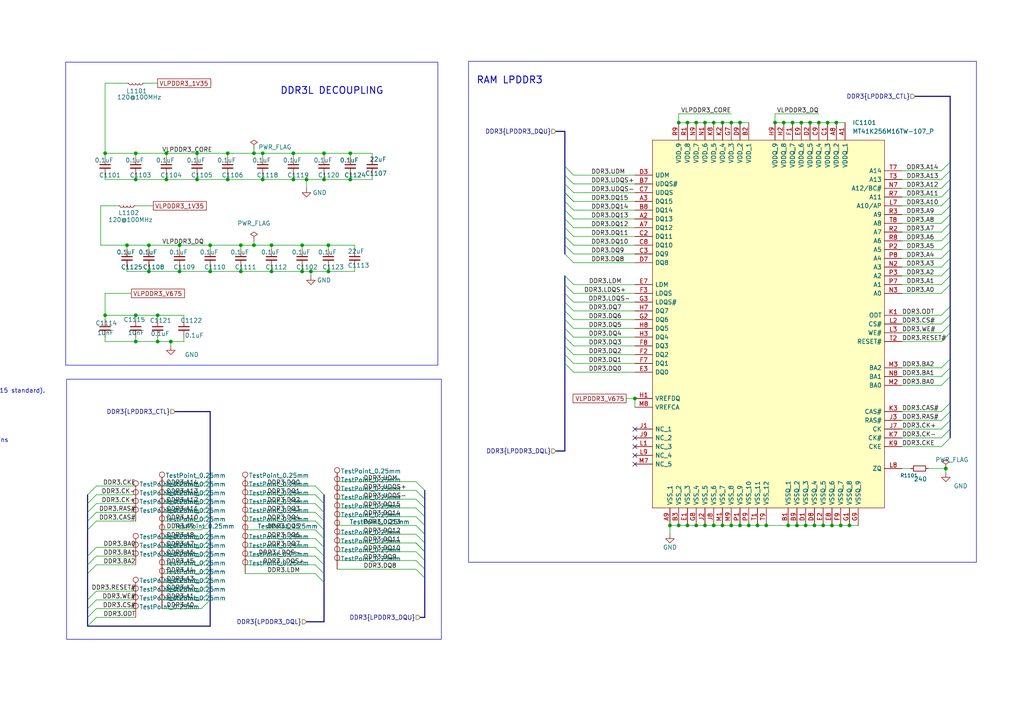
<source format=kicad_sch>
(kicad_sch (version 20250114) (generator "eeschema") (generator_version "9.0")
  (paper "A4")
  (rectangle (start 19.304 109.982) (end 128.016 185.42))
  (rectangle (start 135.89 17.78) (end 283.21 163.068))
  (rectangle (start 19.05 18.034) (end 127 105.918))
  (text "RAM LPDDR3" (at 147.828 23.368 0) (effects (font (size 2 2) (thickness 0.254) (bold yes))))
  (text "Vref: \n- The DDR-logic requires an external 0.75 Volts (SSTL-15 standard).\n- External resistive divider required\nVcc: The DDRL-ram requires a 1.35 V supply voltage.\n- LDO / buck converter\nDQS-pins\n- Upper / Lower 8-bit synchronization for data\nData-pins:\n- upper 8 and lower 8 bits must belong to same DQS pins\nAddress / config pins\n- can be any DQ pins in the bank" (at -56.134 121.666 0) (effects (font (size 1.27 1.27)) (justify left)))
  (text "VREFCA, VREFDQ: \n- reference voltages separated for data and control/command address\n- Should be held at 0.675 V" (at 307.34 -44.45 0) (effects (font (size 1.27 1.27)) (justify left)))
  (text "DDR3L DECOUPLING" (at 96.266 26.416 0) (effects (font (size 2 2) (thickness 0.254) (bold yes))))
  (text "CLK/CLK# Termination:\n6.5.2: differential termination (100 ohms) recommended\n- NOTE: probably internally implemented inside the DDR3L already" (at 323.596 -34.29 0) (effects (font (size 1.27 1.27)) (justify left)))
  (junction (at 30.48 91.44))
  (junction (at 52.07 71.12))
  (junction (at 30.48 44.45))
  (junction (at 57.15 44.45))
  (junction (at 238.76 152.4))
  (junction (at 76.2 52.07))
  (junction (at 204.47 35.56))
  (junction (at 234.95 35.56))
  (junction (at 87.63 71.12))
  (junction (at 39.37 52.07))
  (junction (at 209.55 152.4))
  (junction (at 236.22 152.4))
  (junction (at 237.49 35.56))
  (junction (at 76.2 44.45))
  (junction (at 227.33 35.56))
  (junction (at 87.63 78.74))
  (junction (at 78.74 71.12))
  (junction (at 73.66 71.12))
  (junction (at 246.38 152.4))
  (junction (at 242.57 35.56))
  (junction (at 184.15 115.57))
  (junction (at 93.98 52.07))
  (junction (at 199.39 35.56))
  (junction (at 52.07 78.74))
  (junction (at 101.6 44.45))
  (junction (at 69.85 71.12))
  (junction (at 85.09 52.07))
  (junction (at 43.18 78.74))
  (junction (at 90.17 78.74))
  (junction (at 199.39 152.4))
  (junction (at 232.41 35.56))
  (junction (at 57.15 52.07))
  (junction (at 60.96 71.12))
  (junction (at 214.63 152.4))
  (junction (at 231.14 152.4))
  (junction (at 66.04 52.07))
  (junction (at 214.63 35.56))
  (junction (at 217.17 152.4))
  (junction (at 274.32 135.89))
  (junction (at 228.6 152.4))
  (junction (at 212.09 152.4))
  (junction (at 95.25 78.74))
  (junction (at 88.9 52.07))
  (junction (at 233.68 152.4))
  (junction (at 201.93 152.4))
  (junction (at 39.37 99.06))
  (junction (at 45.72 91.44))
  (junction (at 73.66 44.45))
  (junction (at 240.03 35.56))
  (junction (at 219.71 152.4))
  (junction (at 201.93 35.56))
  (junction (at 224.79 35.56))
  (junction (at 69.85 78.74))
  (junction (at 229.87 35.56))
  (junction (at 36.83 71.12))
  (junction (at 101.6 52.07))
  (junction (at 204.47 152.4))
  (junction (at 45.72 99.06))
  (junction (at 196.85 35.56))
  (junction (at 60.96 78.74))
  (junction (at 78.74 78.74))
  (junction (at 49.53 99.06))
  (junction (at 222.25 152.4))
  (junction (at 39.37 91.44))
  (junction (at 209.55 35.56))
  (junction (at 85.09 44.45))
  (junction (at 66.04 44.45))
  (junction (at 196.85 152.4))
  (junction (at 95.25 71.12))
  (junction (at 243.84 152.4))
  (junction (at 43.18 71.12))
  (junction (at 212.09 35.56))
  (junction (at 39.37 44.45))
  (junction (at 48.26 52.07))
  (junction (at 194.31 152.4))
  (junction (at 207.01 35.56))
  (junction (at 241.3 152.4))
  (junction (at 93.98 44.45))
  (junction (at 207.01 152.4))
  (junction (at 48.26 44.45))
  (no_connect (at 184.15 127))
  (no_connect (at 184.15 132.08))
  (no_connect (at 184.15 129.54))
  (no_connect (at 184.15 124.46))
  (no_connect (at 184.15 134.62))
  (bus_entry (at 123.19 147.32) (size -2.54 -2.54))
  (bus_entry (at 163.83 73.66) (size 2.54 2.54))
  (bus_entry (at 25.4 173.99) (size 2.54 -2.54))
  (bus_entry (at 60.96 143.51) (size -2.54 2.54))
  (bus_entry (at 275.59 74.93) (size -2.54 2.54))
  (bus_entry (at 60.96 163.83) (size -2.54 2.54))
  (bus_entry (at 275.59 116.84) (size -2.54 2.54))
  (bus_entry (at 163.83 105.41) (size 2.54 2.54))
  (bus_entry (at 93.98 153.67) (size -2.54 -2.54))
  (bus_entry (at 123.19 152.4) (size -2.54 -2.54))
  (bus_entry (at 163.83 58.42) (size 2.54 2.54))
  (bus_entry (at 275.59 104.14) (size -2.54 2.54))
  (bus_entry (at 163.83 53.34) (size 2.54 2.54))
  (bus_entry (at 123.19 162.56) (size -2.54 -2.54))
  (bus_entry (at 25.4 181.61) (size 2.54 -2.54))
  (bus_entry (at 123.19 160.02) (size -2.54 -2.54))
  (bus_entry (at 163.83 66.04) (size 2.54 2.54))
  (bus_entry (at 60.96 146.05) (size -2.54 2.54))
  (bus_entry (at 163.83 63.5) (size 2.54 2.54))
  (bus_entry (at 275.59 91.44) (size -2.54 2.54))
  (bus_entry (at 93.98 161.29) (size -2.54 -2.54))
  (bus_entry (at 275.59 80.01) (size -2.54 2.54))
  (bus_entry (at 275.59 72.39) (size -2.54 2.54))
  (bus_entry (at 163.83 60.96) (size 2.54 2.54))
  (bus_entry (at 60.96 173.99) (size -2.54 2.54))
  (bus_entry (at 60.96 151.13) (size -2.54 2.54))
  (bus_entry (at 25.4 163.83) (size 2.54 -2.54))
  (bus_entry (at 163.83 100.33) (size 2.54 2.54))
  (bus_entry (at 25.4 148.59) (size 2.54 -2.54))
  (bus_entry (at 275.59 64.77) (size -2.54 2.54))
  (bus_entry (at 163.83 90.17) (size 2.54 2.54))
  (bus_entry (at 93.98 158.75) (size -2.54 -2.54))
  (bus_entry (at 163.83 68.58) (size 2.54 2.54))
  (bus_entry (at 275.59 62.23) (size -2.54 2.54))
  (bus_entry (at 163.83 82.55) (size 2.54 2.54))
  (bus_entry (at 163.83 102.87) (size 2.54 2.54))
  (bus_entry (at 163.83 55.88) (size 2.54 2.54))
  (bus_entry (at 275.59 59.69) (size -2.54 2.54))
  (bus_entry (at 275.59 106.68) (size -2.54 2.54))
  (bus_entry (at 163.83 71.12) (size 2.54 2.54))
  (bus_entry (at 93.98 166.37) (size -2.54 -2.54))
  (bus_entry (at 25.4 166.37) (size 2.54 -2.54))
  (bus_entry (at 275.59 46.99) (size -2.54 2.54))
  (bus_entry (at 60.96 166.37) (size -2.54 2.54))
  (bus_entry (at 93.98 163.83) (size -2.54 -2.54))
  (bus_entry (at 163.83 92.71) (size 2.54 2.54))
  (bus_entry (at 25.4 143.51) (size 2.54 -2.54))
  (bus_entry (at 163.83 48.26) (size 2.54 2.54))
  (bus_entry (at 93.98 146.05) (size -2.54 -2.54))
  (bus_entry (at 25.4 161.29) (size 2.54 -2.54))
  (bus_entry (at 123.19 149.86) (size -2.54 -2.54))
  (bus_entry (at 275.59 52.07) (size -2.54 2.54))
  (bus_entry (at 93.98 168.91) (size -2.54 -2.54))
  (bus_entry (at 275.59 127) (size -2.54 2.54))
  (bus_entry (at 275.59 96.52) (size -2.54 2.54))
  (bus_entry (at 60.96 140.97) (size -2.54 2.54))
  (bus_entry (at 60.96 168.91) (size -2.54 2.54))
  (bus_entry (at 123.19 165.1) (size -2.54 -2.54))
  (bus_entry (at 163.83 80.01) (size 2.54 2.54))
  (bus_entry (at 123.19 167.64) (size -2.54 -2.54))
  (bus_entry (at 163.83 50.8) (size 2.54 2.54))
  (bus_entry (at 60.96 171.45) (size -2.54 2.54))
  (bus_entry (at 60.96 156.21) (size -2.54 2.54))
  (bus_entry (at 60.96 161.29) (size -2.54 2.54))
  (bus_entry (at 275.59 69.85) (size -2.54 2.54))
  (bus_entry (at 60.96 158.75) (size -2.54 2.54))
  (bus_entry (at 60.96 153.67) (size -2.54 2.54))
  (bus_entry (at 275.59 109.22) (size -2.54 2.54))
  (bus_entry (at 275.59 57.15) (size -2.54 2.54))
  (bus_entry (at 275.59 82.55) (size -2.54 2.54))
  (bus_entry (at 163.83 87.63) (size 2.54 2.54))
  (bus_entry (at 25.4 151.13) (size 2.54 -2.54))
  (bus_entry (at 275.59 77.47) (size -2.54 2.54))
  (bus_entry (at 25.4 176.53) (size 2.54 -2.54))
  (bus_entry (at 25.4 179.07) (size 2.54 -2.54))
  (bus_entry (at 275.59 88.9) (size -2.54 2.54))
  (bus_entry (at 93.98 143.51) (size -2.54 -2.54))
  (bus_entry (at 93.98 148.59) (size -2.54 -2.54))
  (bus_entry (at 93.98 151.13) (size -2.54 -2.54))
  (bus_entry (at 25.4 153.67) (size 2.54 -2.54))
  (bus_entry (at 275.59 124.46) (size -2.54 2.54))
  (bus_entry (at 123.19 154.94) (size -2.54 -2.54))
  (bus_entry (at 163.83 85.09) (size 2.54 2.54))
  (bus_entry (at 123.19 160.02) (size -2.54 -2.54))
  (bus_entry (at 275.59 121.92) (size -2.54 2.54))
  (bus_entry (at 123.19 142.24) (size -2.54 -2.54))
  (bus_entry (at 275.59 54.61) (size -2.54 2.54))
  (bus_entry (at 60.96 138.43) (size -2.54 2.54))
  (bus_entry (at 123.19 144.78) (size -2.54 -2.54))
  (bus_entry (at 93.98 156.21) (size -2.54 -2.54))
  (bus_entry (at 275.59 49.53) (size -2.54 2.54))
  (bus_entry (at 163.83 95.25) (size 2.54 2.54))
  (bus_entry (at 60.96 148.59) (size -2.54 2.54))
  (bus_entry (at 275.59 119.38) (size -2.54 2.54))
  (bus_entry (at 123.19 157.48) (size -2.54 -2.54))
  (bus_entry (at 163.83 97.79) (size 2.54 2.54))
  (bus_entry (at 275.59 67.31) (size -2.54 2.54))
  (bus_entry (at 25.4 146.05) (size 2.54 -2.54))
  (bus_entry (at 275.59 93.98) (size -2.54 2.54))
  (bus_entry (at 163.83 55.88) (size 2.54 2.54))
  (bus (pts (xy 25.4 153.67) (xy 25.4 151.13)))
  (wire (pts (xy 44.45 59.69) (xy 39.37 59.69)))
  (wire (pts (xy 261.62 52.07) (xy 273.05 52.07)))
  (wire (pts (xy 45.72 24.13) (xy 41.91 24.13)))
  (bus (pts (xy 275.59 46.99) (xy 275.59 49.53)))
  (bus (pts (xy 60.96 168.91) (xy 60.96 171.45)))
  (wire (pts (xy 76.2 44.45) (xy 76.2 45.72)))
  (wire (pts (xy 71.12 148.59) (xy 91.44 148.59)))
  (wire (pts (xy 201.93 35.56) (xy 204.47 35.56)))
  (bus (pts (xy 60.96 156.21) (xy 60.96 158.75)))
  (wire (pts (xy 39.37 158.75) (xy 27.94 158.75)))
  (wire (pts (xy 46.99 171.45) (xy 58.42 171.45)))
  (bus (pts (xy 93.98 151.13) (xy 93.98 153.67)))
  (wire (pts (xy 93.98 44.45) (xy 85.09 44.45)))
  (wire (pts (xy 261.62 82.55) (xy 273.05 82.55)))
  (bus (pts (xy 93.98 168.91) (xy 93.98 180.34)))
  (bus (pts (xy 163.83 82.55) (xy 163.83 85.09)))
  (wire (pts (xy 30.48 85.09) (xy 30.48 91.44)))
  (wire (pts (xy 39.37 91.44) (xy 39.37 92.71)))
  (bus (pts (xy 25.4 179.07) (xy 25.4 176.53)))
  (wire (pts (xy 166.37 82.55) (xy 184.15 82.55)))
  (wire (pts (xy 242.57 35.56) (xy 245.11 35.56)))
  (bus (pts (xy 60.96 146.05) (xy 60.96 148.59)))
  (wire (pts (xy 38.1 85.09) (xy 30.48 85.09)))
  (wire (pts (xy 243.84 152.4) (xy 246.38 152.4)))
  (wire (pts (xy 87.63 77.47) (xy 87.63 78.74)))
  (wire (pts (xy 184.15 115.57) (xy 184.15 118.11)))
  (wire (pts (xy 71.12 166.37) (xy 91.44 166.37)))
  (wire (pts (xy 261.62 93.98) (xy 273.05 93.98)))
  (wire (pts (xy 39.37 52.07) (xy 48.26 52.07)))
  (wire (pts (xy 97.79 149.86) (xy 120.65 149.86)))
  (wire (pts (xy 71.12 156.21) (xy 91.44 156.21)))
  (wire (pts (xy 228.6 152.4) (xy 231.14 152.4)))
  (wire (pts (xy 85.09 44.45) (xy 76.2 44.45)))
  (wire (pts (xy 261.62 72.39) (xy 273.05 72.39)))
  (bus (pts (xy 93.98 146.05) (xy 93.98 143.51)))
  (wire (pts (xy 71.12 153.67) (xy 91.44 153.67)))
  (wire (pts (xy 36.83 78.74) (xy 43.18 78.74)))
  (wire (pts (xy 222.25 152.4) (xy 228.6 152.4)))
  (bus (pts (xy 123.19 167.64) (xy 123.19 165.1)))
  (bus (pts (xy 275.59 106.68) (xy 275.59 109.22)))
  (wire (pts (xy 71.12 163.83) (xy 91.44 163.83)))
  (wire (pts (xy 237.49 35.56) (xy 240.03 35.56)))
  (wire (pts (xy 43.18 77.47) (xy 43.18 78.74)))
  (wire (pts (xy 30.48 24.13) (xy 30.48 44.45)))
  (wire (pts (xy 261.62 109.22) (xy 273.05 109.22)))
  (wire (pts (xy 69.85 72.39) (xy 69.85 71.12)))
  (bus (pts (xy 60.96 143.51) (xy 60.96 146.05)))
  (wire (pts (xy 166.37 107.95) (xy 184.15 107.95)))
  (wire (pts (xy 93.98 44.45) (xy 93.98 45.72)))
  (wire (pts (xy 71.12 161.29) (xy 91.44 161.29)))
  (wire (pts (xy 30.48 97.79) (xy 30.48 99.06)))
  (bus (pts (xy 123.19 144.78) (xy 123.19 142.24)))
  (bus (pts (xy 163.83 97.79) (xy 163.83 95.25)))
  (bus (pts (xy 275.59 91.44) (xy 275.59 93.98)))
  (wire (pts (xy 53.34 97.79) (xy 53.34 99.06)))
  (wire (pts (xy 201.93 152.4) (xy 204.47 152.4)))
  (wire (pts (xy 78.74 72.39) (xy 78.74 71.12)))
  (wire (pts (xy 36.83 77.47) (xy 36.83 78.74)))
  (wire (pts (xy 184.15 68.58) (xy 166.37 68.58)))
  (wire (pts (xy 71.12 146.05) (xy 91.44 146.05)))
  (wire (pts (xy 48.26 44.45) (xy 57.15 44.45)))
  (bus (pts (xy 50.8 119.38) (xy 60.96 119.38)))
  (wire (pts (xy 57.15 45.72) (xy 57.15 44.45)))
  (wire (pts (xy 66.04 52.07) (xy 57.15 52.07)))
  (wire (pts (xy 39.37 151.13) (xy 27.94 151.13)))
  (wire (pts (xy 166.37 90.17) (xy 184.15 90.17)))
  (wire (pts (xy 36.83 24.13) (xy 30.48 24.13)))
  (bus (pts (xy 123.19 149.86) (xy 123.19 147.32)))
  (wire (pts (xy 166.37 102.87) (xy 184.15 102.87)))
  (wire (pts (xy 66.04 45.72) (xy 66.04 44.45)))
  (wire (pts (xy 166.37 95.25) (xy 184.15 95.25)))
  (wire (pts (xy 46.99 166.37) (xy 58.42 166.37)))
  (wire (pts (xy 39.37 44.45) (xy 39.37 45.72)))
  (wire (pts (xy 46.99 143.51) (xy 58.42 143.51)))
  (wire (pts (xy 120.65 139.7) (xy 97.79 139.7)))
  (wire (pts (xy 166.37 100.33) (xy 184.15 100.33)))
  (wire (pts (xy 46.99 158.75) (xy 58.42 158.75)))
  (bus (pts (xy 25.4 166.37) (xy 25.4 163.83)))
  (wire (pts (xy 120.65 165.1) (xy 97.79 165.1)))
  (bus (pts (xy 60.96 161.29) (xy 60.96 163.83)))
  (wire (pts (xy 34.29 59.69) (xy 29.21 59.69)))
  (wire (pts (xy 120.65 162.56) (xy 97.79 162.56)))
  (wire (pts (xy 45.72 99.06) (xy 39.37 99.06)))
  (bus (pts (xy 60.96 119.38) (xy 60.96 138.43)))
  (bus (pts (xy 123.19 157.48) (xy 123.19 154.94)))
  (wire (pts (xy 48.26 52.07) (xy 48.26 50.8)))
  (wire (pts (xy 46.99 156.21) (xy 58.42 156.21)))
  (wire (pts (xy 166.37 76.2) (xy 184.15 76.2)))
  (wire (pts (xy 236.22 152.4) (xy 238.76 152.4)))
  (wire (pts (xy 261.62 62.23) (xy 273.05 62.23)))
  (wire (pts (xy 90.17 78.74) (xy 95.25 78.74)))
  (wire (pts (xy 217.17 152.4) (xy 219.71 152.4)))
  (wire (pts (xy 71.12 143.51) (xy 91.44 143.51)))
  (wire (pts (xy 45.72 97.79) (xy 45.72 99.06)))
  (bus (pts (xy 163.83 48.26) (xy 163.83 50.8)))
  (wire (pts (xy 69.85 78.74) (xy 78.74 78.74)))
  (bus (pts (xy 93.98 156.21) (xy 93.98 158.75)))
  (wire (pts (xy 53.34 99.06) (xy 49.53 99.06)))
  (wire (pts (xy 48.26 52.07) (xy 57.15 52.07)))
  (bus (pts (xy 123.19 179.07) (xy 123.19 167.64)))
  (bus (pts (xy 60.96 163.83) (xy 60.96 166.37)))
  (wire (pts (xy 196.85 33.02) (xy 196.85 35.56)))
  (wire (pts (xy 60.96 71.12) (xy 69.85 71.12)))
  (wire (pts (xy 107.95 44.45) (xy 101.6 44.45)))
  (wire (pts (xy 261.62 96.52) (xy 273.05 96.52)))
  (wire (pts (xy 237.49 33.02) (xy 224.79 33.02)))
  (wire (pts (xy 166.37 92.71) (xy 184.15 92.71)))
  (wire (pts (xy 39.37 163.83) (xy 27.94 163.83)))
  (wire (pts (xy 231.14 152.4) (xy 233.68 152.4)))
  (wire (pts (xy 43.18 78.74) (xy 52.07 78.74)))
  (wire (pts (xy 30.48 99.06) (xy 39.37 99.06)))
  (wire (pts (xy 78.74 78.74) (xy 87.63 78.74)))
  (wire (pts (xy 199.39 152.4) (xy 201.93 152.4)))
  (wire (pts (xy 60.96 78.74) (xy 60.96 77.47)))
  (bus (pts (xy 275.59 88.9) (xy 275.59 91.44)))
  (bus (pts (xy 60.96 166.37) (xy 60.96 168.91)))
  (bus (pts (xy 163.83 102.87) (xy 163.83 105.41)))
  (wire (pts (xy 39.37 44.45) (xy 48.26 44.45)))
  (wire (pts (xy 261.62 129.54) (xy 273.05 129.54)))
  (bus (pts (xy 163.83 66.04) (xy 163.83 68.58)))
  (bus (pts (xy 93.98 166.37) (xy 93.98 168.91)))
  (wire (pts (xy 71.12 151.13) (xy 91.44 151.13)))
  (wire (pts (xy 261.62 49.53) (xy 273.05 49.53)))
  (bus (pts (xy 163.83 50.8) (xy 163.83 53.34)))
  (wire (pts (xy 52.07 71.12) (xy 52.07 72.39)))
  (wire (pts (xy 46.99 161.29) (xy 58.42 161.29)))
  (bus (pts (xy 60.96 140.97) (xy 60.96 143.51)))
  (wire (pts (xy 97.79 147.32) (xy 120.65 147.32)))
  (wire (pts (xy 261.62 77.47) (xy 273.05 77.47)))
  (wire (pts (xy 73.66 71.12) (xy 78.74 71.12)))
  (wire (pts (xy 46.99 173.99) (xy 58.42 173.99)))
  (wire (pts (xy 46.99 168.91) (xy 58.42 168.91)))
  (wire (pts (xy 36.83 71.12) (xy 36.83 72.39)))
  (wire (pts (xy 39.37 179.07) (xy 27.94 179.07)))
  (wire (pts (xy 209.55 35.56) (xy 212.09 35.56)))
  (wire (pts (xy 107.95 52.07) (xy 107.95 50.8)))
  (wire (pts (xy 229.87 35.56) (xy 232.41 35.56)))
  (wire (pts (xy 39.37 148.59) (xy 27.94 148.59)))
  (wire (pts (xy 73.66 43.18) (xy 73.66 44.45)))
  (bus (pts (xy 275.59 124.46) (xy 275.59 127)))
  (wire (pts (xy 166.37 73.66) (xy 184.15 73.66)))
  (wire (pts (xy 261.62 85.09) (xy 273.05 85.09)))
  (wire (pts (xy 30.48 91.44) (xy 30.48 92.71)))
  (wire (pts (xy 232.41 35.56) (xy 234.95 35.56)))
  (wire (pts (xy 97.79 154.94) (xy 120.65 154.94)))
  (wire (pts (xy 107.95 44.45) (xy 107.95 45.72)))
  (wire (pts (xy 212.09 35.56) (xy 214.63 35.56)))
  (wire (pts (xy 76.2 44.45) (xy 73.66 44.45)))
  (wire (pts (xy 57.15 44.45) (xy 66.04 44.45)))
  (bus (pts (xy 265.43 27.94) (xy 275.59 27.94)))
  (bus (pts (xy 275.59 57.15) (xy 275.59 59.69)))
  (bus (pts (xy 275.59 69.85) (xy 275.59 72.39)))
  (wire (pts (xy 48.26 45.72) (xy 48.26 44.45)))
  (bus (pts (xy 275.59 59.69) (xy 275.59 62.23)))
  (wire (pts (xy 166.37 87.63) (xy 184.15 87.63)))
  (wire (pts (xy 39.37 171.45) (xy 27.94 171.45)))
  (wire (pts (xy 196.85 152.4) (xy 199.39 152.4)))
  (wire (pts (xy 39.37 161.29) (xy 27.94 161.29)))
  (wire (pts (xy 95.25 77.47) (xy 95.25 78.74)))
  (bus (pts (xy 163.83 87.63) (xy 163.83 90.17)))
  (wire (pts (xy 120.65 142.24) (xy 97.79 142.24)))
  (wire (pts (xy 261.62 106.68) (xy 273.05 106.68)))
  (wire (pts (xy 90.17 80.01) (xy 90.17 78.74)))
  (bus (pts (xy 123.19 147.32) (xy 123.19 144.78)))
  (bus (pts (xy 275.59 62.23) (xy 275.59 64.77)))
  (bus (pts (xy 25.4 146.05) (xy 25.4 143.51)))
  (bus (pts (xy 93.98 148.59) (xy 93.98 146.05)))
  (bus (pts (xy 275.59 54.61) (xy 275.59 57.15)))
  (wire (pts (xy 166.37 85.09) (xy 184.15 85.09)))
  (bus (pts (xy 163.83 100.33) (xy 163.83 102.87)))
  (wire (pts (xy 88.9 52.07) (xy 88.9 54.61)))
  (wire (pts (xy 49.53 100.33) (xy 49.53 99.06)))
  (bus (pts (xy 121.92 179.07) (xy 123.19 179.07)))
  (wire (pts (xy 274.32 135.89) (xy 274.32 137.16)))
  (bus (pts (xy 163.83 58.42) (xy 163.83 60.96)))
  (wire (pts (xy 102.87 72.39) (xy 102.87 71.12)))
  (wire (pts (xy 120.65 157.48) (xy 97.79 157.48)))
  (wire (pts (xy 87.63 71.12) (xy 87.63 72.39)))
  (wire (pts (xy 241.3 152.4) (xy 243.84 152.4)))
  (wire (pts (xy 30.48 44.45) (xy 30.48 45.72)))
  (bus (pts (xy 275.59 121.92) (xy 275.59 124.46)))
  (bus (pts (xy 163.83 85.09) (xy 163.83 87.63)))
  (bus (pts (xy 25.4 163.83) (xy 25.4 161.29)))
  (wire (pts (xy 207.01 35.56) (xy 209.55 35.56)))
  (wire (pts (xy 76.2 52.07) (xy 66.04 52.07)))
  (wire (pts (xy 261.62 59.69) (xy 273.05 59.69)))
  (wire (pts (xy 71.12 158.75) (xy 91.44 158.75)))
  (wire (pts (xy 30.48 52.07) (xy 39.37 52.07)))
  (bus (pts (xy 25.4 173.99) (xy 25.4 166.37)))
  (wire (pts (xy 30.48 44.45) (xy 39.37 44.45)))
  (wire (pts (xy 69.85 78.74) (xy 69.85 77.47)))
  (wire (pts (xy 101.6 44.45) (xy 93.98 44.45)))
  (wire (pts (xy 261.62 91.44) (xy 273.05 91.44)))
  (wire (pts (xy 194.31 152.4) (xy 196.85 152.4)))
  (wire (pts (xy 52.07 71.12) (xy 60.96 71.12)))
  (bus (pts (xy 93.98 163.83) (xy 93.98 161.29)))
  (wire (pts (xy 39.37 50.8) (xy 39.37 52.07)))
  (wire (pts (xy 76.2 50.8) (xy 76.2 52.07)))
  (wire (pts (xy 60.96 78.74) (xy 69.85 78.74)))
  (wire (pts (xy 57.15 52.07) (xy 57.15 50.8)))
  (bus (pts (xy 25.4 181.61) (xy 25.4 179.07)))
  (bus (pts (xy 275.59 109.22) (xy 275.59 116.84)))
  (wire (pts (xy 60.96 72.39) (xy 60.96 71.12)))
  (wire (pts (xy 29.21 71.12) (xy 36.83 71.12)))
  (wire (pts (xy 166.37 97.79) (xy 184.15 97.79)))
  (wire (pts (xy 53.34 91.44) (xy 45.72 91.44)))
  (wire (pts (xy 238.76 152.4) (xy 241.3 152.4)))
  (wire (pts (xy 204.47 35.56) (xy 207.01 35.56)))
  (wire (pts (xy 46.99 140.97) (xy 58.42 140.97)))
  (wire (pts (xy 166.37 71.12) (xy 184.15 71.12)))
  (wire (pts (xy 261.62 135.89) (xy 264.16 135.89)))
  (wire (pts (xy 78.74 78.74) (xy 78.74 77.47)))
  (wire (pts (xy 46.99 148.59) (xy 58.42 148.59)))
  (wire (pts (xy 261.62 111.76) (xy 273.05 111.76)))
  (wire (pts (xy 97.79 160.02) (xy 120.65 160.02)))
  (wire (pts (xy 101.6 50.8) (xy 101.6 52.07)))
  (wire (pts (xy 97.79 152.4) (xy 120.65 152.4)))
  (wire (pts (xy 240.03 35.56) (xy 242.57 35.56)))
  (wire (pts (xy 52.07 77.47) (xy 52.07 78.74)))
  (wire (pts (xy 101.6 44.45) (xy 101.6 45.72)))
  (bus (pts (xy 163.83 60.96) (xy 163.83 63.5)))
  (bus (pts (xy 163.83 63.5) (xy 163.83 66.04)))
  (bus (pts (xy 275.59 49.53) (xy 275.59 52.07)))
  (bus (pts (xy 93.98 153.67) (xy 93.98 156.21)))
  (wire (pts (xy 39.37 91.44) (xy 45.72 91.44)))
  (bus (pts (xy 275.59 96.52) (xy 275.59 104.14)))
  (wire (pts (xy 166.37 53.34) (xy 184.15 53.34)))
  (bus (pts (xy 163.83 68.58) (xy 163.83 71.12)))
  (bus (pts (xy 123.19 162.56) (xy 123.19 160.02)))
  (wire (pts (xy 212.09 152.4) (xy 214.63 152.4)))
  (wire (pts (xy 95.25 78.74) (xy 102.87 78.74)))
  (wire (pts (xy 101.6 52.07) (xy 107.95 52.07)))
  (wire (pts (xy 184.15 60.96) (xy 166.37 60.96)))
  (wire (pts (xy 261.62 127) (xy 273.05 127)))
  (wire (pts (xy 46.99 151.13) (xy 58.42 151.13)))
  (wire (pts (xy 46.99 153.67) (xy 58.42 153.67)))
  (wire (pts (xy 166.37 50.8) (xy 184.15 50.8)))
  (wire (pts (xy 261.62 99.06) (xy 273.05 99.06)))
  (bus (pts (xy 60.96 158.75) (xy 60.96 161.29)))
  (wire (pts (xy 29.21 59.69) (xy 29.21 71.12)))
  (wire (pts (xy 46.99 176.53) (xy 58.42 176.53)))
  (bus (pts (xy 60.96 181.61) (xy 60.96 173.99)))
  (bus (pts (xy 60.96 171.45) (xy 60.96 173.99)))
  (wire (pts (xy 102.87 78.74) (xy 102.87 77.47)))
  (wire (pts (xy 52.07 78.74) (xy 60.96 78.74)))
  (bus (pts (xy 275.59 77.47) (xy 275.59 80.01)))
  (bus (pts (xy 163.83 38.1) (xy 163.83 48.26)))
  (bus (pts (xy 275.59 93.98) (xy 275.59 96.52)))
  (bus (pts (xy 163.83 130.81) (xy 163.83 105.41)))
  (bus (pts (xy 275.59 27.94) (xy 275.59 46.99)))
  (wire (pts (xy 39.37 146.05) (xy 27.94 146.05)))
  (wire (pts (xy 39.37 143.51) (xy 27.94 143.51)))
  (wire (pts (xy 204.47 152.4) (xy 207.01 152.4)))
  (wire (pts (xy 261.62 124.46) (xy 273.05 124.46)))
  (wire (pts (xy 73.66 69.85) (xy 73.66 71.12)))
  (wire (pts (xy 88.9 52.07) (xy 93.98 52.07)))
  (wire (pts (xy 85.09 52.07) (xy 76.2 52.07)))
  (wire (pts (xy 45.72 92.71) (xy 45.72 91.44)))
  (bus (pts (xy 123.19 160.02) (xy 123.19 157.48)))
  (bus (pts (xy 93.98 163.83) (xy 93.98 166.37)))
  (bus (pts (xy 25.4 181.61) (xy 60.96 181.61)))
  (bus (pts (xy 60.96 151.13) (xy 60.96 153.67)))
  (wire (pts (xy 39.37 173.99) (xy 27.94 173.99)))
  (bus (pts (xy 163.83 95.25) (xy 163.83 92.71)))
  (wire (pts (xy 227.33 35.56) (xy 229.87 35.56)))
  (wire (pts (xy 261.62 119.38) (xy 273.05 119.38)))
  (bus (pts (xy 163.83 80.01) (xy 163.83 82.55)))
  (bus (pts (xy 163.83 92.71) (xy 163.83 90.17)))
  (wire (pts (xy 46.99 163.83) (xy 58.42 163.83)))
  (wire (pts (xy 120.65 144.78) (xy 97.79 144.78)))
  (bus (pts (xy 88.9 180.34) (xy 93.98 180.34)))
  (bus (pts (xy 60.96 138.43) (xy 60.96 140.97)))
  (wire (pts (xy 212.09 33.02) (xy 196.85 33.02)))
  (wire (pts (xy 93.98 50.8) (xy 93.98 52.07)))
  (wire (pts (xy 30.48 50.8) (xy 30.48 52.07)))
  (bus (pts (xy 275.59 67.31) (xy 275.59 69.85)))
  (wire (pts (xy 246.38 152.4) (xy 248.92 152.4)))
  (wire (pts (xy 78.74 71.12) (xy 87.63 71.12)))
  (bus (pts (xy 275.59 64.77) (xy 275.59 67.31)))
  (wire (pts (xy 261.62 54.61) (xy 273.05 54.61)))
  (wire (pts (xy 71.12 140.97) (xy 91.44 140.97)))
  (wire (pts (xy 261.62 64.77) (xy 273.05 64.77)))
  (wire (pts (xy 261.62 74.93) (xy 273.05 74.93)))
  (wire (pts (xy 207.01 152.4) (xy 209.55 152.4)))
  (wire (pts (xy 85.09 52.07) (xy 88.9 52.07)))
  (wire (pts (xy 87.63 78.74) (xy 90.17 78.74)))
  (bus (pts (xy 25.4 148.59) (xy 25.4 146.05)))
  (wire (pts (xy 233.68 152.4) (xy 236.22 152.4)))
  (wire (pts (xy 30.48 91.44) (xy 39.37 91.44)))
  (wire (pts (xy 199.39 35.56) (xy 201.93 35.56)))
  (wire (pts (xy 194.31 152.4) (xy 194.31 154.94)))
  (wire (pts (xy 39.37 140.97) (xy 27.94 140.97)))
  (wire (pts (xy 166.37 58.42) (xy 184.15 58.42)))
  (wire (pts (xy 261.62 57.15) (xy 273.05 57.15)))
  (wire (pts (xy 261.62 67.31) (xy 273.05 67.31)))
  (wire (pts (xy 43.18 71.12) (xy 52.07 71.12)))
  (bus (pts (xy 275.59 80.01) (xy 275.59 82.55)))
  (wire (pts (xy 234.95 35.56) (xy 237.49 35.56)))
  (wire (pts (xy 95.25 71.12) (xy 95.25 72.39)))
  (bus (pts (xy 163.83 55.88) (xy 163.83 58.42)))
  (bus (pts (xy 163.83 97.79) (xy 163.83 100.33)))
  (wire (pts (xy 85.09 50.8) (xy 85.09 52.07)))
  (wire (pts (xy 39.37 176.53) (xy 27.94 176.53)))
  (wire (pts (xy 181.61 115.57) (xy 184.15 115.57)))
  (wire (pts (xy 184.15 66.04) (xy 166.37 66.04)))
  (bus (pts (xy 25.4 151.13) (xy 25.4 148.59)))
  (wire (pts (xy 219.71 152.4) (xy 222.25 152.4)))
  (wire (pts (xy 261.62 121.92) (xy 273.05 121.92)))
  (wire (pts (xy 95.25 71.12) (xy 87.63 71.12)))
  (wire (pts (xy 269.24 135.89) (xy 274.32 135.89)))
  (wire (pts (xy 224.79 33.02) (xy 224.79 35.56)))
  (bus (pts (xy 25.4 176.53) (xy 25.4 173.99)))
  (wire (pts (xy 224.79 35.56) (xy 227.33 35.56)))
  (bus (pts (xy 275.59 74.93) (xy 275.59 77.47)))
  (wire (pts (xy 214.63 152.4) (xy 217.17 152.4)))
  (wire (pts (xy 85.09 44.45) (xy 85.09 45.72)))
  (wire (pts (xy 196.85 35.56) (xy 199.39 35.56)))
  (wire (pts (xy 43.18 71.12) (xy 43.18 72.39)))
  (wire (pts (xy 49.53 99.06) (xy 45.72 99.06)))
  (bus (pts (xy 93.98 158.75) (xy 93.98 161.29)))
  (bus (pts (xy 60.96 153.67) (xy 60.96 156.21)))
  (wire (pts (xy 53.34 92.71) (xy 53.34 91.44)))
  (wire (pts (xy 184.15 55.88) (xy 166.37 55.88)))
  (wire (pts (xy 36.83 71.12) (xy 43.18 71.12)))
  (bus (pts (xy 123.19 149.86) (xy 123.19 152.4)))
  (wire (pts (xy 46.99 146.05) (xy 58.42 146.05)))
  (wire (pts (xy 261.62 80.01) (xy 273.05 80.01)))
  (bus (pts (xy 275.59 116.84) (xy 275.59 119.38)))
  (wire (pts (xy 209.55 152.4) (xy 212.09 152.4)))
  (wire (pts (xy 166.37 105.41) (xy 184.15 105.41)))
  (bus (pts (xy 275.59 119.38) (xy 275.59 121.92)))
  (bus (pts (xy 275.59 104.14) (xy 275.59 106.68)))
  (bus (pts (xy 275.59 82.55) (xy 275.59 88.9)))
  (bus (pts (xy 123.19 165.1) (xy 123.19 162.56)))
  (wire (pts (xy 214.63 35.56) (xy 217.17 35.56)))
  (wire (pts (xy 93.98 52.07) (xy 101.6 52.07)))
  (wire (pts (xy 39.37 97.79) (xy 39.37 99.06)))
  (wire (pts (xy 66.04 52.07) (xy 66.04 50.8)))
  (bus (pts (xy 25.4 161.29) (xy 25.4 153.67)))
  (bus (pts (xy 123.19 154.94) (xy 123.19 152.4)))
  (wire (pts (xy 66.04 44.45) (xy 73.66 44.45)))
  (bus (pts (xy 275.59 72.39) (xy 275.59 74.93)))
  (wire (pts (xy 261.62 69.85) (xy 273.05 69.85)))
  (bus (pts (xy 60.96 148.59) (xy 60.96 151.13)))
  (bus (pts (xy 161.29 130.81) (xy 163.83 130.81)))
  (wire (pts (xy 69.85 71.12) (xy 73.66 71.12)))
  (wire (pts (xy 184.15 63.5) (xy 166.37 63.5)))
  (bus (pts (xy 163.83 71.12) (xy 163.83 73.66)))
  (bus (pts (xy 275.59 52.07) (xy 275.59 54.61)))
  (bus (pts (xy 93.98 151.13) (xy 93.98 148.59)))
  (wire (pts (xy 102.87 71.12) (xy 95.25 71.12)))
  (bus (pts (xy 161.29 38.1) (xy 163.83 38.1)))
  (bus (pts (xy 163.83 53.34) (xy 163.83 55.88)))
  (label "DDR3.CAS#" (at 261.62 119.38 0))
  (label "DDR3.A14" (at 262.89 49.53 0))
  (label "DDR3.DQ5" (at 77.47 153.67 0))
  (label "DDR3.CK-" (at 261.62 127 0))
  (label "DDR3.CK-" (at 39.37 143.51 180))
  (label "DDR3.DQ14" (at 171.45 60.96 0))
  (label "DDR3.A13" (at 48.26 143.51 0))
  (label "DDR3.CS#" (at 39.37 176.53 180))
  (label "DDR3.LDM" (at 180.34 82.55 180))
  (label "DDR3.CKE" (at 261.62 129.54 0))
  (label "DDR3.A11" (at 48.26 148.59 0))
  (label "DDR3.BA0" (at 39.37 158.75 180))
  (label "DDR3.DQ12" (at 171.45 66.04 0))
  (label "DDR3.BA1" (at 261.62 109.22 0))
  (label "DDR3.LDQS-" (at 182.88 87.63 180))
  (label "DDR3.RESET#" (at 261.62 99.06 0))
  (label "VLPDDR3_DQ" (at 237.49 33.02 180))
  (label "DDR3.A8" (at 48.26 156.21 0))
  (label "DDR3.A14" (at 48.26 140.97 0))
  (label "DDR3.CS#" (at 261.62 93.98 0))
  (label "DDR3.DQ6" (at 77.47 156.21 0))
  (label "DDR3.A9" (at 48.26 153.67 0))
  (label "DDR3.CKE" (at 39.37 140.97 180))
  (label "DDR3.A2" (at 48.26 171.45 0))
  (label "DDR3.DQ13" (at 171.45 63.5 0))
  (label "DDR3.A12" (at 48.26 146.05 0))
  (label "DDR3.A13" (at 262.89 52.07 0))
  (label "DDR3.DQ10" (at 171.45 71.12 0))
  (label "DDR3.ODT" (at 39.37 179.07 180))
  (label "DDR3.DQ9" (at 105.41 162.56 0))
  (label "DDR3.DQ9" (at 171.45 73.66 0))
  (label "VLPDDR3_DQ" (at 46.99 71.12 0))
  (label "DDR3.UDQS-" (at 171.45 55.88 0))
  (label "DDR3.DQ15" (at 171.45 58.42 0))
  (label "DDR3.LDQS-" (at 74.93 161.29 0))
  (label "DDR3.A6" (at 48.26 161.29 0))
  (label "DDR3.DQ0" (at 77.47 140.97 0))
  (label "DDR3.CK+" (at 261.62 124.46 0))
  (label "DDR3.DQ5" (at 180.34 95.25 180))
  (label "DDR3.A3" (at 48.26 168.91 0))
  (label "DDR3.DQ11" (at 105.41 157.48 0))
  (label "DDR3.DQ6" (at 180.34 92.71 180))
  (label "DDR3.A1" (at 48.26 173.99 0))
  (label "DDR3.DQ3" (at 77.47 148.59 0))
  (label "DDR3.A0" (at 48.26 176.53 0))
  (label "DDR3.A5" (at 48.26 163.83 0))
  (label "DDR3.A2" (at 262.89 80.01 0))
  (label "DDR3.DQ8" (at 105.41 165.1 0))
  (label "DDR3.DQ4" (at 180.34 97.79 180))
  (label "DDR3.DQ1" (at 180.34 105.41 180))
  (label "DDR3.DQ7" (at 180.34 90.17 180))
  (label "DDR3.DQ4" (at 77.47 151.13 0))
  (label "VLPDDR3_CORE" (at 46.99 44.45 0))
  (label "DDR3.LDQS+" (at 76.2 163.83 0))
  (label "VLPDDR3_CORE" (at 212.09 33.02 180))
  (label "DDR3.DQ7" (at 77.47 158.75 0))
  (label "DDR3.UDQS+" (at 171.45 53.34 0))
  (label "DDR3.BA2" (at 39.37 163.83 180))
  (label "DDR3.CAS#" (at 39.37 151.13 180))
  (label "DDR3.A9" (at 262.89 62.23 0))
  (label "DDR3.A7" (at 262.89 67.31 0))
  (label "DDR3.ODT" (at 261.62 91.44 0))
  (label "DDR3.A12" (at 262.89 54.61 0))
  (label "DDR3.DQ2" (at 77.47 146.05 0))
  (label "DDR3.CK+" (at 39.37 146.05 180))
  (label "DDR3.DQ1" (at 77.47 143.51 0))
  (label "DDR3.RAS#" (at 39.37 148.59 180))
  (label "DDR3.DQ12" (at 105.41 154.94 0))
  (label "DDR3.A8" (at 262.89 64.77 0))
  (label "DDR3.A4" (at 48.26 166.37 0))
  (label "DDR3.A7" (at 48.26 158.75 0))
  (label "DDR3.DQ0" (at 180.34 107.95 180))
  (label "DDR3.A4" (at 262.89 74.93 0))
  (label "DDR3.DQ13" (at 105.41 152.4 0))
  (label "DDR3.LDQS+" (at 181.61 85.09 180))
  (label "DDR3.A1" (at 262.89 82.55 0))
  (label "DDR3.DQ10" (at 105.41 160.02 0))
  (label "DDR3.WE#" (at 261.62 96.52 0))
  (label "DDR3.A10" (at 262.89 59.69 0))
  (label "DDR3.A10" (at 48.26 151.13 0))
  (label "DDR3.RAS#" (at 261.62 121.92 0))
  (label "DDR3.A0" (at 262.89 85.09 0))
  (label "DDR3.A5" (at 262.89 72.39 0))
  (label "DDR3.LDM" (at 77.47 166.37 0))
  (label "DDR3.DQ8" (at 171.45 76.2 0))
  (label "DDR3.DQ2" (at 180.34 102.87 180))
  (label "DDR3.DQ14" (at 105.41 149.86 0))
  (label "DDR3.A3" (at 262.89 77.47 0))
  (label "DDR3.WE#" (at 39.37 173.99 180))
  (label "DDR3.UDM" (at 171.45 50.8 0))
  (label "DDR3.DQ15" (at 105.41 147.32 0))
  (label "DDR3.DQ11" (at 171.45 68.58 0))
  (label "DDR3.UDQS+" (at 105.41 142.24 0))
  (label "DDR3.A6" (at 262.89 69.85 0))
  (label "DDR3.A11" (at 262.89 57.15 0))
  (label "DDR3.BA0" (at 261.62 111.76 0))
  (label "DDR3.DQ3" (at 180.34 100.33 180))
  (label "DDR3.RESET#" (at 39.37 171.45 180))
  (label "DDR3.BA2" (at 261.62 106.68 0))
  (label "DDR3.UDQS-" (at 105.41 144.78 0))
  (label "DDR3.BA1" (at 39.37 161.29 180))
  (label "DDR3.UDM" (at 105.41 139.7 0))
  (global_label "VLPDDR3_V675" (shape passive) (at 38.1 85.09 0) (property "Intersheetrefs" "${INTERSHEET_REFS}" (effects (hide yes))))
  (global_label "VLPDDR3_1V35" (shape passive) (at 45.72 24.13 0) (property "Intersheetrefs" "${INTERSHEET_REFS}" (effects (hide yes))))
  (global_label "VLPDDR3_V675" (shape passive) (at 181.61 115.57 180) (property "Intersheetrefs" "${INTERSHEET_REFS}" (effects (hide yes))))
  (global_label "VLPDDR3_1V35" (shape passive) (at 44.45 59.69 0) (property "Intersheetrefs" "${INTERSHEET_REFS}" (effects (hide yes))))
  (hierarchical_label "DDR3{LPDDR3_DQL}" (shape input) (at 88.9 180.34 180))
  (hierarchical_label "DDR3{LPDDR3_DQU}" (shape input) (at 121.92 179.07 180))
  (hierarchical_label "DDR3{LPDDR3_DQU}" (shape input) (at 161.29 38.1 180))
  (hierarchical_label "DDR3{LPDDR3_CTL}" (shape input) (at 265.43 27.94 180))
  (hierarchical_label "DDR3{LPDDR3_CTL}" (shape input) (at 50.8 119.38 180))
  (hierarchical_label "DDR3{LPDDR3_DQL}" (shape input) (at 161.29 130.81 180))
  (symbol (lib_id "iw-misc:TestPoint_0.25mm") (at 71.12 146.05 0) (unit 1)
    (property "Reference" "TP1116" (effects (hide yes)))
    (property "Value" "TestPoint_0.25mm" (at 72.136 143.002 0) (effects (justify left)))
    (property "Footprint" "iw-misc:TestPoint_Pad_D0.25mm" (effects (hide yes)))
    (property "Description" "test point" (effects (hide yes)))
  )
  (symbol (lib_id "Device:C_Small") (at 36.83 74.93 0) (unit 1)
    (property "Reference" "C1125" (at 35.052 77.47 0) (effects (justify left)))
    (property "Value" "0.1uF" (at 33.782 73.152 0) (effects (justify left)))
    (property "Footprint" "Capacitor_SMD:C_0201_0603Metric" (effects (hide yes)))
    (property "Datasheet" "https://jlcpcb.com/api/file/downloadByFileSystemAccessId/8603345729432014848" (effects (hide yes)))
    (property "Description" "X7R, +-10%" (effects (hide yes)))
    (property "LPN" "C22435929" (effects (hide yes)))
    (property "MPN" "CGA0201X7R104K160ET " (effects (hide yes)))
  )
  (symbol (lib_id "iw-misc:TestPoint_0.25mm") (at 71.12 158.75 0) (unit 1)
    (property "Reference" "TP1121" (effects (hide yes)))
    (property "Value" "TestPoint_0.25mm" (at 72.136 155.702 0) (effects (justify left)))
    (property "Footprint" "iw-misc:TestPoint_Pad_D0.25mm" (effects (hide yes)))
    (property "Description" "test point" (effects (hide yes)))
  )
  (symbol (lib_id "Device:C_Small") (at 101.6 48.26 0) (unit 1)
    (property "Reference" "C1124" (at 99.822 50.8 0) (effects (justify left)))
    (property "Value" "0.1uF" (at 98.552 46.482 0) (effects (justify left)))
    (property "Footprint" "Capacitor_SMD:C_0201_0603Metric" (effects (hide yes)))
    (property "Datasheet" "https://jlcpcb.com/api/file/downloadByFileSystemAccessId/8603345729432014848" (effects (hide yes)))
    (property "Description" "X7R, +-10%" (effects (hide yes)))
    (property "LPN" "C22435929" (effects (hide yes)))
    (property "MPN" "CGA0201X7R104K160ET " (effects (hide yes)))
  )
  (symbol (lib_id "iw-misc:TestPoint_0.25mm") (at 39.37 158.75 0) (unit 1)
    (property "Reference" "TP1146" (effects (hide yes)))
    (property "Value" "TestPoint_0.25mm" (at 40.386 155.702 0) (effects (justify left)))
    (property "Footprint" "iw-misc:TestPoint_Pad_D0.25mm" (effects (hide yes)))
    (property "Description" "test point" (effects (hide yes)))
  )
  (symbol (lib_id "iw-misc:TestPoint_0.25mm") (at 46.99 156.21 0) (unit 1)
    (property "Reference" "TP1129" (effects (hide yes)))
    (property "Value" "TestPoint_0.25mm" (at 50.546 152.654 0) (effects (justify left)))
    (property "Footprint" "iw-misc:TestPoint_Pad_D0.25mm" (effects (hide yes)))
    (property "Description" "test point" (effects (hide yes)))
  )
  (symbol (lib_id "iw-misc:TestPoint_0.25mm") (at 97.79 142.24 0) (unit 1)
    (property "Reference" "TP1105" (effects (hide yes)))
    (property "Value" "TestPoint_0.25mm" (at 98.806 139.192 0) (effects (justify left)))
    (property "Footprint" "iw-misc:TestPoint_Pad_D0.25mm" (effects (hide yes)))
    (property "Description" "test point" (effects (hide yes)))
  )
  (symbol (lib_id "iw-misc:TestPoint_0.25mm") (at 97.79 157.48 0) (unit 1)
    (property "Reference" "TP1111" (effects (hide yes)))
    (property "Value" "TestPoint_0.25mm" (at 98.806 154.432 0) (effects (justify left)))
    (property "Footprint" "iw-misc:TestPoint_Pad_D0.25mm" (effects (hide yes)))
    (property "Description" "test point" (effects (hide yes)))
  )
  (symbol (lib_id "iw-misc:TestPoint_0.25mm") (at 71.12 148.59 0) (unit 1)
    (property "Reference" "TP1117" (effects (hide yes)))
    (property "Value" "TestPoint_0.25mm" (at 72.136 145.542 0) (effects (justify left)))
    (property "Footprint" "iw-misc:TestPoint_Pad_D0.25mm" (effects (hide yes)))
    (property "Description" "test point" (effects (hide yes)))
  )
  (symbol (lib_id "iw-misc:TestPoint_0.25mm") (at 97.79 144.78 0) (unit 1)
    (property "Reference" "TP1107" (effects (hide yes)))
    (property "Value" "TestPoint_0.25mm" (at 98.806 141.732 0) (effects (justify left)))
    (property "Footprint" "iw-misc:TestPoint_Pad_D0.25mm" (effects (hide yes)))
    (property "Description" "test point" (effects (hide yes)))
  )
  (symbol (lib_id "iw-misc:TestPoint_0.25mm") (at 39.37 171.45 0) (unit 1)
    (property "Reference" "TP1138" (effects (hide yes)))
    (property "Value" "TestPoint_0.25mm" (at 40.386 168.402 0) (effects (justify left)))
    (property "Footprint" "iw-misc:TestPoint_Pad_D0.25mm" (effects (hide yes)))
    (property "Description" "test point" (effects (hide yes)))
  )
  (symbol (lib_id "iw-misc:TestPoint_0.25mm") (at 97.79 154.94 0) (unit 1)
    (property "Reference" "TP1110" (effects (hide yes)))
    (property "Value" "TestPoint_0.25mm" (at 101.346 151.384 0) (effects (justify left)))
    (property "Footprint" "iw-misc:TestPoint_Pad_D0.25mm" (effects (hide yes)))
    (property "Description" "test point" (effects (hide yes)))
  )
  (symbol (lib_id "iw-misc:TestPoint_0.25mm") (at 97.79 152.4 0) (unit 1)
    (property "Reference" "TP1115" (effects (hide yes)))
    (property "Value" "TestPoint_0.25mm" (at 98.806 149.352 0) (effects (justify left)))
    (property "Footprint" "iw-misc:TestPoint_Pad_D0.25mm" (effects (hide yes)))
    (property "Description" "test point" (effects (hide yes)))
  )
  (symbol (lib_id "Device:C_Small") (at 53.34 95.25 0) (unit 1)
    (property "Reference" "C1122" (at 52.324 92.964 0) (effects (justify left)))
    (property "Value" "0.1uF" (at 53.594 97.282 0) (effects (justify left)))
    (property "Footprint" "Capacitor_SMD:C_0201_0603Metric" (effects (hide yes)))
    (property "Datasheet" "https://jlcpcb.com/api/file/downloadByFileSystemAccessId/8603345729432014848" (effects (hide yes)))
    (property "Description" "X7R, +-10%" (effects (hide yes)))
    (property "LPN" "C22435929" (effects (hide yes)))
    (property "MPN" "CGA0201X7R104K160ET " (effects (hide yes)))
  )
  (symbol (lib_id "iw-misc:TestPoint_0.25mm") (at 71.12 161.29 0) (unit 1)
    (property "Reference" "TP1122" (effects (hide yes)))
    (property "Value" "TestPoint_0.25mm" (at 72.136 158.242 0) (effects (justify left)))
    (property "Footprint" "iw-misc:TestPoint_Pad_D0.25mm" (effects (hide yes)))
    (property "Description" "test point" (effects (hide yes)))
  )
  (symbol (lib_id "Device:C_Small") (at 93.98 48.26 0) (unit 1)
    (property "Reference" "C1120" (at 92.202 50.8 0) (effects (justify left)))
    (property "Value" "0.1uF" (at 90.932 46.482 0) (effects (justify left)))
    (property "Footprint" "Capacitor_SMD:C_0201_0603Metric" (effects (hide yes)))
    (property "Datasheet" "https://jlcpcb.com/api/file/downloadByFileSystemAccessId/8603345729432014848" (effects (hide yes)))
    (property "Description" "X7R, +-10%" (effects (hide yes)))
    (property "LPN" "C22435929" (effects (hide yes)))
    (property "MPN" "CGA0201X7R104K160ET " (effects (hide yes)))
  )
  (symbol (lib_id "iw-misc:TestPoint_0.25mm") (at 46.99 146.05 0) (unit 1)
    (property "Reference" "TP1125" (effects (hide yes)))
    (property "Value" "TestPoint_0.25mm" (at 48.006 143.002 0) (effects (justify left)))
    (property "Footprint" "iw-misc:TestPoint_Pad_D0.25mm" (effects (hide yes)))
    (property "Description" "test point" (effects (hide yes)))
  )
  (symbol (lib_id "iw-misc:TestPoint_0.25mm") (at 39.37 146.05 0) (unit 1)
    (property "Reference" "TP1143" (effects (hide yes)))
    (property "Value" "TestPoint_0.25mm" (at 40.386 143.002 0) (effects (justify left)))
    (property "Footprint" "iw-misc:TestPoint_Pad_D0.25mm" (effects (hide yes)))
    (property "Description" "test point" (effects (hide yes)))
  )
  (symbol (lib_id "iw-misc:TestPoint_0.25mm") (at 39.37 173.99 0) (unit 1)
    (property "Reference" "TP1139" (effects (hide yes)))
    (property "Value" "TestPoint_0.25mm" (at 40.386 170.942 0) (effects (justify left)))
    (property "Footprint" "iw-misc:TestPoint_Pad_D0.25mm" (effects (hide yes)))
    (property "Description" "test point" (effects (hide yes)))
  )
  (symbol (lib_id "iw-misc:TestPoint_0.25mm") (at 71.12 166.37 0) (unit 1)
    (property "Reference" "TP1124" (effects (hide yes)))
    (property "Value" "TestPoint_0.25mm" (at 72.136 163.322 0) (effects (justify left)))
    (property "Footprint" "iw-misc:TestPoint_Pad_D0.25mm" (effects (hide yes)))
    (property "Description" "test point" (effects (hide yes)))
  )
  (symbol (lib_id "Device:C_Small") (at 45.72 95.25 0) (unit 1)
    (property "Reference" "C1121" (at 43.434 92.964 0) (effects (justify left)))
    (property "Value" "0.1uF" (at 43.688 96.774 0) (effects (justify left)))
    (property "Footprint" "Capacitor_SMD:C_0201_0603Metric" (effects (hide yes)))
    (property "Datasheet" "https://jlcpcb.com/api/file/downloadByFileSystemAccessId/8603345729432014848" (effects (hide yes)))
    (property "Description" "X7R, +-10%" (effects (hide yes)))
    (property "LPN" "C22435929" (effects (hide yes)))
    (property "MPN" "CGA0201X7R104K160ET " (effects (hide yes)))
  )
  (symbol (lib_id "iw-misc:TestPoint_0.25mm") (at 71.12 163.83 0) (unit 1)
    (property "Reference" "TP1123" (effects (hide yes)))
    (property "Value" "TestPoint_0.25mm" (at 72.136 160.782 0) (effects (justify left)))
    (property "Footprint" "iw-misc:TestPoint_Pad_D0.25mm" (effects (hide yes)))
    (property "Description" "test point" (effects (hide yes)))
  )
  (symbol (lib_id "iw-misc:TestPoint_0.25mm") (at 46.99 168.91 0) (unit 1)
    (property "Reference" "TP1134" (effects (hide yes)))
    (property "Value" "TestPoint_0.25mm" (at 48.006 165.862 0) (effects (justify left)))
    (property "Footprint" "iw-misc:TestPoint_Pad_D0.25mm" (effects (hide yes)))
    (property "Description" "test point" (effects (hide yes)))
  )
  (symbol (lib_id "iw-misc:TestPoint_0.25mm") (at 97.79 160.02 0) (unit 1)
    (property "Reference" "TP1112" (effects (hide yes)))
    (property "Value" "TestPoint_0.25mm" (at 98.806 156.972 0) (effects (justify left)))
    (property "Footprint" "iw-misc:TestPoint_Pad_D0.25mm" (effects (hide yes)))
    (property "Description" "test point" (effects (hide yes)))
  )
  (symbol (lib_id "iw-misc:TestPoint_0.25mm") (at 46.99 140.97 0) (unit 1)
    (property "Reference" "TP1101" (effects (hide yes)))
    (property "Value" "TestPoint_0.25mm" (at 48.006 137.922 0) (effects (justify left)))
    (property "Footprint" "iw-misc:TestPoint_Pad_D0.25mm" (effects (hide yes)))
    (property "Description" "test point" (effects (hide yes)))
  )
  (symbol (lib_id "Device:C_Small") (at 52.07 74.93 0) (unit 1)
    (property "Reference" "C1109" (at 50.292 77.47 0) (effects (justify left)))
    (property "Value" "0.1uF" (at 49.022 73.152 0) (effects (justify left)))
    (property "Footprint" "Capacitor_SMD:C_0201_0603Metric" (effects (hide yes)))
    (property "Datasheet" "https://jlcpcb.com/api/file/downloadByFileSystemAccessId/8603345729432014848" (effects (hide yes)))
    (property "Description" "X7R, +-10%" (effects (hide yes)))
    (property "LPN" "C22435929" (effects (hide yes)))
    (property "MPN" "CGA0201X7R104K160ET " (effects (hide yes)))
  )
  (symbol (lib_id "iw-misc:TestPoint_0.25mm") (at 46.99 153.67 0) (unit 1)
    (property "Reference" "TP1128" (effects (hide yes)))
    (property "Value" "TestPoint_0.25mm" (at 48.006 150.622 0) (effects (justify left)))
    (property "Footprint" "iw-misc:TestPoint_Pad_D0.25mm" (effects (hide yes)))
    (property "Description" "test point" (effects (hide yes)))
  )
  (symbol (lib_id "power:GND") (at 274.32 137.16 0) (unit 1)
    (property "Reference" "#PWR01104" (effects (hide yes)))
    (property "Value" "GND" (at 278.638 140.97 0))
    (property "Description" "Power symbol creates a global label with name \"GND\" , ground" (effects (hide yes)))
  )
  (symbol (lib_id "Device:C_Small") (at 60.96 74.93 0) (unit 1)
    (property "Reference" "C1110" (at 59.182 77.47 0) (effects (justify left)))
    (property "Value" "0.1uF" (at 57.912 73.152 0) (effects (justify left)))
    (property "Footprint" "Capacitor_SMD:C_0201_0603Metric" (effects (hide yes)))
    (property "Datasheet" "https://jlcpcb.com/api/file/downloadByFileSystemAccessId/8603345729432014848" (effects (hide yes)))
    (property "Description" "X7R, +-10%" (effects (hide yes)))
    (property "LPN" "C22435929" (effects (hide yes)))
    (property "MPN" "CGA0201X7R104K160ET " (effects (hide yes)))
  )
  (symbol (lib_id "iw-misc:TestPoint_0.25mm") (at 46.99 166.37 0) (unit 1)
    (property "Reference" "TP1133" (effects (hide yes)))
    (property "Value" "TestPoint_0.25mm" (at 48.006 163.322 0) (effects (justify left)))
    (property "Footprint" "iw-misc:TestPoint_Pad_D0.25mm" (effects (hide yes)))
    (property "Description" "test point" (effects (hide yes)))
  )
  (symbol (lib_id "iw-misc:TestPoint_0.25mm") (at 71.12 151.13 0) (unit 1)
    (property "Reference" "TP1118" (effects (hide yes)))
    (property "Value" "TestPoint_0.25mm" (at 72.136 148.082 0) (effects (justify left)))
    (property "Footprint" "iw-misc:TestPoint_Pad_D0.25mm" (effects (hide yes)))
    (property "Description" "test point" (effects (hide yes)))
  )
  (symbol (lib_id "power:GND") (at 90.17 80.01 0) (unit 1)
    (property "Reference" "#PWR01102" (effects (hide yes)))
    (property "Value" "GND" (at 93.98 81.28 0))
    (property "Description" "Power symbol creates a global label with name \"GND\" , ground" (effects (hide yes)))
  )
  (symbol (lib_id "iw-misc:TestPoint_0.25mm") (at 71.12 156.21 0) (unit 1)
    (property "Reference" "TP1120" (effects (hide yes)))
    (property "Value" "TestPoint_0.25mm" (at 74.676 152.654 0) (effects (justify left)))
    (property "Footprint" "iw-misc:TestPoint_Pad_D0.25mm" (effects (hide yes)))
    (property "Description" "test point" (effects (hide yes)))
  )
  (symbol (lib_id "Device:C_Small") (at 78.74 74.93 0) (unit 1)
    (property "Reference" "C1112" (at 76.962 77.47 0) (effects (justify left)))
    (property "Value" "0.1uF" (at 75.692 73.152 0) (effects (justify left)))
    (property "Footprint" "Capacitor_SMD:C_0201_0603Metric" (effects (hide yes)))
    (property "Datasheet" "https://jlcpcb.com/api/file/downloadByFileSystemAccessId/8603345729432014848" (effects (hide yes)))
    (property "Description" "X7R, +-10%" (effects (hide yes)))
    (property "LPN" "C22435929" (effects (hide yes)))
    (property "MPN" "CGA0201X7R104K160ET " (effects (hide yes)))
  )
  (symbol (lib_id "iw-misc:TestPoint_0.25mm") (at 46.99 163.83 0) (unit 1)
    (property "Reference" "TP1132" (effects (hide yes)))
    (property "Value" "TestPoint_0.25mm" (at 48.006 160.782 0) (effects (justify left)))
    (property "Footprint" "iw-misc:TestPoint_Pad_D0.25mm" (effects (hide yes)))
    (property "Description" "test point" (effects (hide yes)))
  )
  (symbol (lib_id "iw-misc:TestPoint_0.25mm") (at 71.12 143.51 0) (unit 1)
    (property "Reference" "TP1106" (effects (hide yes)))
    (property "Value" "TestPoint_0.25mm" (at 72.136 140.462 0) (effects (justify left)))
    (property "Footprint" "iw-misc:TestPoint_Pad_D0.25mm" (effects (hide yes)))
    (property "Description" "test point" (effects (hide yes)))
  )
  (symbol (lib_id "power:GND") (at 88.9 54.61 0) (unit 1)
    (property "Reference" "#PWR01101" (effects (hide yes)))
    (property "Value" "GND" (at 92.71 55.88 0))
    (property "Description" "Power symbol creates a global label with name \"GND\" , ground" (effects (hide yes)))
  )
  (symbol (lib_id "iw-misc:TestPoint_0.25mm") (at 39.37 148.59 0) (unit 1)
    (property "Reference" "TP1144" (effects (hide yes)))
    (property "Value" "TestPoint_0.25mm" (at 40.386 145.542 0) (effects (justify left)))
    (property "Footprint" "iw-misc:TestPoint_Pad_D0.25mm" (effects (hide yes)))
    (property "Description" "test point" (effects (hide yes)))
  )
  (symbol (lib_id "Device:L_Small") (at 36.83 59.69 90) (mirror x) (unit 1)
    (property "Reference" "L1102" (at 37.338 61.722 90))
    (property "Value" "120@100MHz" (at 37.846 63.754 90))
    (property "Footprint" "Inductor_SMD:L_0603_1608Metric" (effects (hide yes)))
    (property "Datasheet" "https://jlcpcb.com/api/file/downloadByFileSystemAccessId/8588898925176217600" (effects (hide yes)))
    (property "Description" "25mOhm, 1-3A" (effects (hide yes)))
    (property "LPN" "C113030" (effects (hide yes)))
    (property "MPN" "BLM18SG121TN1D" (effects (hide yes)))
  )
  (symbol (lib_id "power:GND") (at 49.53 100.33 0) (unit 1)
    (property "Reference" "#PWR01103" (effects (hide yes)))
    (property "Value" "GND" (at 55.626 102.87 0))
    (property "Description" "Power symbol creates a global label with name \"GND\" , ground" (effects (hide yes)))
  )
  (symbol (lib_id "iw-misc:TestPoint_0.25mm") (at 39.37 143.51 0) (unit 1)
    (property "Reference" "TP1142" (effects (hide yes)))
    (property "Value" "TestPoint_0.25mm" (at 40.386 140.462 0) (effects (justify left)))
    (property "Footprint" "iw-misc:TestPoint_Pad_D0.25mm" (effects (hide yes)))
    (property "Description" "test point" (effects (hide yes)))
  )
  (symbol (lib_id "Device:C_Small") (at 43.18 74.93 0) (unit 1)
    (property "Reference" "C1108" (at 41.402 77.47 0) (effects (justify left)))
    (property "Value" "0.1uF" (at 40.132 73.152 0) (effects (justify left)))
    (property "Footprint" "Capacitor_SMD:C_0201_0603Metric" (effects (hide yes)))
    (property "Datasheet" "https://jlcpcb.com/api/file/downloadByFileSystemAccessId/8603345729432014848" (effects (hide yes)))
    (property "Description" "X7R, +-10%" (effects (hide yes)))
    (property "LPN" "C22435929" (effects (hide yes)))
    (property "MPN" "CGA0201X7R104K160ET " (effects (hide yes)))
  )
  (symbol (lib_id "Device:C_Small") (at 87.63 74.93 0) (unit 1)
    (property "Reference" "C1102" (at 85.852 77.47 0) (effects (justify left)))
    (property "Value" "0.1uF" (at 84.582 73.152 0) (effects (justify left)))
    (property "Footprint" "Capacitor_SMD:C_0201_0603Metric" (effects (hide yes)))
    (property "Datasheet" "https://jlcpcb.com/api/file/downloadByFileSystemAccessId/8603345729432014848" (effects (hide yes)))
    (property "Description" "X7R, +-10%" (effects (hide yes)))
    (property "LPN" "C22435929" (effects (hide yes)))
    (property "MPN" "CGA0201X7R104K160ET " (effects (hide yes)))
  )
  (symbol (lib_id "iw-misc:TestPoint_0.25mm") (at 46.99 151.13 0) (unit 1)
    (property "Reference" "TP1127" (effects (hide yes)))
    (property "Value" "TestPoint_0.25mm" (at 48.006 148.082 0) (effects (justify left)))
    (property "Footprint" "iw-misc:TestPoint_Pad_D0.25mm" (effects (hide yes)))
    (property "Description" "test point" (effects (hide yes)))
  )
  (symbol (lib_id "Device:C_Small") (at 48.26 48.26 0) (unit 1)
    (property "Reference" "C1104" (at 46.482 50.8 0) (effects (justify left)))
    (property "Value" "0.1uF" (at 45.212 46.482 0) (effects (justify left)))
    (property "Footprint" "Capacitor_SMD:C_0201_0603Metric" (effects (hide yes)))
    (property "Datasheet" "https://jlcpcb.com/api/file/downloadByFileSystemAccessId/8603345729432014848" (effects (hide yes)))
    (property "Description" "X7R, +-10%" (effects (hide yes)))
    (property "LPN" "C22435929" (effects (hide yes)))
    (property "MPN" "CGA0201X7R104K160ET " (effects (hide yes)))
  )
  (symbol (lib_id "Device:L_Small") (at 39.37 24.13 90) (mirror x) (unit 1)
    (property "Reference" "L1101" (at 39.624 26.416 90))
    (property "Value" "120@100MHz" (at 40.386 28.194 90))
    (property "Footprint" "Inductor_SMD:L_0603_1608Metric" (effects (hide yes)))
    (property "Datasheet" "https://jlcpcb.com/api/file/downloadByFileSystemAccessId/8588898925176217600" (effects (hide yes)))
    (property "Description" "25mOhm, 1-3A" (effects (hide yes)))
    (property "LPN" "C113030" (effects (hide yes)))
    (property "MPN" "BLM18SG121TN1D" (effects (hide yes)))
  )
  (symbol (lib_id "iw-misc:TestPoint_0.25mm") (at 39.37 176.53 0) (unit 1)
    (property "Reference" "TP1140" (effects (hide yes)))
    (property "Value" "TestPoint_0.25mm" (at 40.386 173.482 0) (effects (justify left)))
    (property "Footprint" "iw-misc:TestPoint_Pad_D0.25mm" (effects (hide yes)))
    (property "Description" "test point" (effects (hide yes)))
  )
  (symbol (lib_id "Device:C_Small") (at 39.37 95.25 0) (unit 1)
    (property "Reference" "C1115" (at 35.814 92.71 0) (effects (justify left)))
    (property "Value" "10nF" (at 41.91 96.5262 0) (effects (justify right)))
    (property "Footprint" "Capacitor_SMD:C_0201_0603Metric" (effects (hide yes)))
    (property "Datasheet" "https://jlcpcb.com/api/file/downloadByFileSystemAccessId/8589040499521306624" (effects (hide yes)))
    (property "Description" "Unpolarized capacitor" (effects (hide yes)))
    (property "LPN" "C285010" (effects (hide yes)))
    (property "MPN" "0201B103K250NT" (effects (hide yes)))
  )
  (symbol (lib_id "iw-misc:TestPoint_0.25mm") (at 97.79 162.56 0) (unit 1)
    (property "Reference" "TP1113" (effects (hide yes)))
    (property "Value" "TestPoint_0.25mm" (at 98.806 159.512 0) (effects (justify left)))
    (property "Footprint" "iw-misc:TestPoint_Pad_D0.25mm" (effects (hide yes)))
    (property "Description" "test point" (effects (hide yes)))
  )
  (symbol (lib_id "iw-misc:TestPoint_0.25mm") (at 97.79 165.1 0) (unit 1)
    (property "Reference" "TP1114" (effects (hide yes)))
    (property "Value" "TestPoint_0.25mm" (at 98.806 162.052 0) (effects (justify left)))
    (property "Footprint" "iw-misc:TestPoint_Pad_D0.25mm" (effects (hide yes)))
    (property "Description" "test point" (effects (hide yes)))
  )
  (symbol (lib_id "power:PWR_FLAG") (at 73.66 43.18 0) (unit 1)
    (property "Reference" "#FLG01101" (effects (hide yes)))
    (property "Value" "PWR_FLAG" (at 79.756 42.672 0))
    (property "Description" "Special symbol for telling ERC where power comes from" (effects (hide yes)))
  )
  (symbol (lib_id "Device:C_Small") (at 69.85 74.93 0) (unit 1)
    (property "Reference" "C1111" (at 68.072 77.47 0) (effects (justify left)))
    (property "Value" "0.1uF" (at 66.802 73.152 0) (effects (justify left)))
    (property "Footprint" "Capacitor_SMD:C_0201_0603Metric" (effects (hide yes)))
    (property "Datasheet" "https://jlcpcb.com/api/file/downloadByFileSystemAccessId/8603345729432014848" (effects (hide yes)))
    (property "Description" "X7R, +-10%" (effects (hide yes)))
    (property "LPN" "C22435929" (effects (hide yes)))
    (property "MPN" "CGA0201X7R104K160ET " (effects (hide yes)))
  )
  (symbol (lib_id "iw-misc:TestPoint_0.25mm") (at 71.12 140.97 0) (unit 1)
    (property "Reference" "TP1103" (effects (hide yes)))
    (property "Value" "TestPoint_0.25mm" (at 72.136 137.922 0) (effects (justify left)))
    (property "Footprint" "iw-misc:TestPoint_Pad_D0.25mm" (effects (hide yes)))
    (property "Description" "test point" (effects (hide yes)))
  )
  (symbol (lib_id "Device:C_Small") (at 57.15 48.26 0) (unit 1)
    (property "Reference" "C1105" (at 55.372 50.8 0) (effects (justify left)))
    (property "Value" "0.1uF" (at 54.102 46.482 0) (effects (justify left)))
    (property "Footprint" "Capacitor_SMD:C_0201_0603Metric" (effects (hide yes)))
    (property "Datasheet" "https://jlcpcb.com/api/file/downloadByFileSystemAccessId/8603345729432014848" (effects (hide yes)))
    (property "Description" "X7R, +-10%" (effects (hide yes)))
    (property "LPN" "C22435929" (effects (hide yes)))
    (property "MPN" "CGA0201X7R104K160ET " (effects (hide yes)))
  )
  (symbol (lib_id "Device:C_Small") (at 95.25 74.93 0) (unit 1)
    (property "Reference" "C1123" (at 93.472 77.47 0) (effects (justify left)))
    (property "Value" "0.1uF" (at 92.202 73.152 0) (effects (justify left)))
    (property "Footprint" "Capacitor_SMD:C_0201_0603Metric" (effects (hide yes)))
    (property "Datasheet" "https://jlcpcb.com/api/file/downloadByFileSystemAccessId/8603345729432014848" (effects (hide yes)))
    (property "Description" "X7R, +-10%" (effects (hide yes)))
    (property "LPN" "C22435929" (effects (hide yes)))
    (property "MPN" "CGA0201X7R104K160ET " (effects (hide yes)))
  )
  (symbol (lib_id "iw-misc:TestPoint_0.25mm") (at 39.37 179.07 0) (unit 1)
    (property "Reference" "TP1141" (effects (hide yes)))
    (property "Value" "TestPoint_0.25mm" (at 40.386 176.022 0) (effects (justify left)))
    (property "Footprint" "iw-misc:TestPoint_Pad_D0.25mm" (effects (hide yes)))
    (property "Description" "test point" (effects (hide yes)))
  )
  (symbol (lib_id "iw-misc:TestPoint_0.25mm") (at 46.99 161.29 0) (unit 1)
    (property "Reference" "TP1131" (effects (hide yes)))
    (property "Value" "TestPoint_0.25mm" (at 48.006 158.242 0) (effects (justify left)))
    (property "Footprint" "iw-misc:TestPoint_Pad_D0.25mm" (effects (hide yes)))
    (property "Description" "test point" (effects (hide yes)))
  )
  (symbol (lib_id "iw-misc:TestPoint_0.25mm") (at 46.99 171.45 0) (unit 1)
    (property "Reference" "TP1135" (effects (hide yes)))
    (property "Value" "TestPoint_0.25mm" (at 48.006 168.402 0) (effects (justify left)))
    (property "Footprint" "iw-misc:TestPoint_Pad_D0.25mm" (effects (hide yes)))
    (property "Description" "test point" (effects (hide yes)))
  )
  (symbol (lib_id "Device:C_Small") (at 85.09 48.26 0) (unit 1)
    (property "Reference" "C1119" (at 83.312 50.8 0) (effects (justify left)))
    (property "Value" "0.1uF" (at 82.042 46.482 0) (effects (justify left)))
    (property "Footprint" "Capacitor_SMD:C_0201_0603Metric" (effects (hide yes)))
    (property "Datasheet" "https://jlcpcb.com/api/file/downloadByFileSystemAccessId/8603345729432014848" (effects (hide yes)))
    (property "Description" "X7R, +-10%" (effects (hide yes)))
    (property "LPN" "C22435929" (effects (hide yes)))
    (property "MPN" "CGA0201X7R104K160ET " (effects (hide yes)))
  )
  (symbol (lib_id "iw-misc:TestPoint_0.25mm") (at 39.37 151.13 0) (unit 1)
    (property "Reference" "TP1145" (effects (hide yes)))
    (property "Value" "TestPoint_0.25mm" (at 40.386 148.082 0) (effects (justify left)))
    (property "Footprint" "iw-misc:TestPoint_Pad_D0.25mm" (effects (hide yes)))
    (property "Description" "test point" (effects (hide yes)))
  )
  (symbol (lib_id "iw-memory:MT41K256M16TW-107_P") (at 189.23 40.64 0) (unit 1)
    (property "Reference" "IC1101" (at 247.2533 35.56 0) (effects (justify left)))
    (property "Value" "MT41K256M16TW-107_P" (at 247.2533 38.1 0) (effects (justify left)))
    (property "Footprint" "iw-memory:BGA96C80P9X16_800X1400X120" (effects (hide yes)))
    (property "Datasheet" "https://datasheet.datasheetarchive.com/originals/distributors/DKDS42/DSANUWW0045409.pdf" (effects (hide yes)))
    (property "Description" "MICRON - MT41K256M16TW-107:P - SDRAM, 256M X 16BIT, 0 TO 95DEG C" (effects (hide yes)))
    (property "MPN" "MT41K256M16TW-107:P " (effects (hide yes)))
    (property "LPN" "C253882" (effects (hide yes)))
  )
  (symbol (lib_id "Device:C_Small") (at 102.87 74.93 0) (unit 1)
    (property "Reference" "C1113" (at 100.838 76.962 0) (effects (justify left)))
    (property "Value" "22uF" (at 100.838 72.898 0) (effects (justify left)))
    (property "Footprint" "Capacitor_SMD:C_0603_1608Metric" (effects (hide yes)))
    (property "Datasheet" "https://jlcpcb.com/api/file/downloadByFileSystemAccessId/8555544417670705152" (effects (hide yes)))
    (property "Description" "X5R, 6.3V" (effects (hide yes)))
    (property "LPN" "C59461" (effects (hide yes)))
    (property "MPN" "CL10A226MQ8NRNC" (effects (hide yes)))
  )
  (symbol (lib_id "Device:C_Small") (at 39.37 48.26 0) (unit 1)
    (property "Reference" "C1103" (at 37.592 50.8 0) (effects (justify left)))
    (property "Value" "0.1uF" (at 36.322 46.482 0) (effects (justify left)))
    (property "Footprint" "Capacitor_SMD:C_0201_0603Metric" (effects (hide yes)))
    (property "Datasheet" "https://jlcpcb.com/api/file/downloadByFileSystemAccessId/8603345729432014848" (effects (hide yes)))
    (property "Description" "X7R, +-10%" (effects (hide yes)))
    (property "LPN" "C22435929" (effects (hide yes)))
    (property "MPN" "CGA0201X7R104K160ET " (effects (hide yes)))
  )
  (symbol (lib_id "power:PWR_FLAG") (at 73.66 69.85 0) (unit 1)
    (property "Reference" "#FLG01102" (effects (hide yes)))
    (property "Value" "PWR_FLAG" (at 73.66 64.77 0))
    (property "Description" "Special symbol for telling ERC where power comes from" (effects (hide yes)))
  )
  (symbol (lib_id "Device:C_Small") (at 30.48 95.25 0) (unit 1)
    (property "Reference" "C1114" (at 27.686 93.726 0) (effects (justify left)))
    (property "Value" "10nF" (at 33.02 96.5262 0) (effects (justify right)))
    (property "Footprint" "Capacitor_SMD:C_0201_0603Metric" (effects (hide yes)))
    (property "Datasheet" "https://jlcpcb.com/api/file/downloadByFileSystemAccessId/8589040499521306624" (effects (hide yes)))
    (property "Description" "Unpolarized capacitor" (effects (hide yes)))
    (property "LPN" "C285010" (effects (hide yes)))
    (property "MPN" "0201B103K250NT" (effects (hide yes)))
  )
  (symbol (lib_id "Device:R_Small") (at 266.7 135.89 90) (unit 1)
    (property "Reference" "R1101" (at 266.192 137.922 90) (effects (font (size 1.016 1.016)) (justify left)))
    (property "Value" "240" (at 266.954 138.938 90))
    (property "Footprint" "Resistor_SMD:R_0603_1608Metric" (effects (hide yes)))
    (property "Datasheet" "https://jlcpcb.com/api/file/downloadByFileSystemAccessId/8579706336479019008" (effects (hide yes)))
    (property "Description" "Resistor, small symbol" (effects (hide yes)))
    (property "LPN" "C23350" (effects (hide yes)))
    (property "MPN" "0603WAF2400T5E" (effects (hide yes)))
  )
  (symbol (lib_id "Device:C_Small") (at 66.04 48.26 0) (unit 1)
    (property "Reference" "C1106" (at 64.262 50.8 0) (effects (justify left)))
    (property "Value" "0.1uF" (at 62.992 46.482 0) (effects (justify left)))
    (property "Footprint" "Capacitor_SMD:C_0201_0603Metric" (effects (hide yes)))
    (property "Datasheet" "https://jlcpcb.com/api/file/downloadByFileSystemAccessId/8603345729432014848" (effects (hide yes)))
    (property "Description" "X7R, +-10%" (effects (hide yes)))
    (property "LPN" "C22435929" (effects (hide yes)))
    (property "MPN" "CGA0201X7R104K160ET " (effects (hide yes)))
  )
  (symbol (lib_id "Device:C_Small") (at 107.95 48.26 0) (unit 1)
    (property "Reference" "C1107" (at 105.918 50.292 0) (effects (justify left)))
    (property "Value" "22uF" (at 107.188 46.228 0) (effects (justify left)))
    (property "Footprint" "Capacitor_SMD:C_0603_1608Metric" (effects (hide yes)))
    (property "Datasheet" "https://jlcpcb.com/api/file/downloadByFileSystemAccessId/8555544417670705152" (effects (hide yes)))
    (property "Description" "X5R, 6.3V" (effects (hide yes)))
    (property "LPN" "C59461" (effects (hide yes)))
    (property "MPN" "CL10A226MQ8NRNC" (effects (hide yes)))
  )
  (symbol (lib_id "iw-misc:TestPoint_0.25mm") (at 46.99 176.53 0) (unit 1)
    (property "Reference" "TP1137" (effects (hide yes)))
    (property "Value" "TestPoint_0.25mm" (at 48.006 173.482 0) (effects (justify left)))
    (property "Footprint" "iw-misc:TestPoint_Pad_D0.25mm" (effects (hide yes)))
    (property "Description" "test point" (effects (hide yes)))
  )
  (symbol (lib_id "Device:C_Small") (at 30.48 48.26 0) (unit 1)
    (property "Reference" "C1101" (at 28.702 50.8 0) (effects (justify left)))
    (property "Value" "0.1uF" (at 27.432 46.482 0) (effects (justify left)))
    (property "Footprint" "Capacitor_SMD:C_0201_0603Metric" (effects (hide yes)))
    (property "Datasheet" "https://jlcpcb.com/api/file/downloadByFileSystemAccessId/8603345729432014848" (effects (hide yes)))
    (property "Description" "X7R, +-10%" (effects (hide yes)))
    (property "LPN" "C22435929" (effects (hide yes)))
    (property "MPN" "CGA0201X7R104K160ET " (effects (hide yes)))
  )
  (symbol (lib_id "iw-misc:TestPoint_0.25mm") (at 46.99 148.59 0) (unit 1)
    (property "Reference" "TP1126" (effects (hide yes)))
    (property "Value" "TestPoint_0.25mm" (at 48.006 145.542 0) (effects (justify left)))
    (property "Footprint" "iw-misc:TestPoint_Pad_D0.25mm" (effects (hide yes)))
    (property "Description" "test point" (effects (hide yes)))
  )
  (symbol (lib_id "iw-misc:TestPoint_0.25mm") (at 97.79 149.86 0) (unit 1)
    (property "Reference" "TP1109" (effects (hide yes)))
    (property "Value" "TestPoint_0.25mm" (at 98.806 146.812 0) (effects (justify left)))
    (property "Footprint" "iw-misc:TestPoint_Pad_D0.25mm" (effects (hide yes)))
    (property "Description" "test point" (effects (hide yes)))
  )
  (symbol (lib_id "iw-misc:TestPoint_0.25mm") (at 46.99 158.75 0) (unit 1)
    (property "Reference" "TP1130" (effects (hide yes)))
    (property "Value" "TestPoint_0.25mm" (at 48.006 155.702 0) (effects (justify left)))
    (property "Footprint" "iw-misc:TestPoint_Pad_D0.25mm" (effects (hide yes)))
    (property "Description" "test point" (effects (hide yes)))
  )
  (symbol (lib_id "iw-misc:TestPoint_0.25mm") (at 97.79 139.7 0) (unit 1)
    (property "Reference" "TP1104" (effects (hide yes)))
    (property "Value" "TestPoint_0.25mm" (at 98.806 136.652 0) (effects (justify left)))
    (property "Footprint" "iw-misc:TestPoint_Pad_D0.25mm" (effects (hide yes)))
    (property "Description" "test point" (effects (hide yes)))
  )
  (symbol (lib_id "iw-misc:TestPoint_0.25mm") (at 97.79 147.32 0) (unit 1)
    (property "Reference" "TP1108" (effects (hide yes)))
    (property "Value" "TestPoint_0.25mm" (at 98.806 144.272 0) (effects (justify left)))
    (property "Footprint" "iw-misc:TestPoint_Pad_D0.25mm" (effects (hide yes)))
    (property "Description" "test point" (effects (hide yes)))
  )
  (symbol (lib_id "power:GND") (at 194.31 154.94 0) (unit 1)
    (property "Reference" "#PWR01105" (effects (hide yes)))
    (property "Value" "GND" (at 194.31 158.75 0))
    (property "Description" "Power symbol creates a global label with name \"GND\" , ground" (effects (hide yes)))
  )
  (symbol (lib_id "iw-misc:TestPoint_0.25mm") (at 46.99 173.99 0) (unit 1)
    (property "Reference" "TP1136" (effects (hide yes)))
    (property "Value" "TestPoint_0.25mm" (at 48.006 170.942 0) (effects (justify left)))
    (property "Footprint" "iw-misc:TestPoint_Pad_D0.25mm" (effects (hide yes)))
    (property "Description" "test point" (effects (hide yes)))
  )
  (symbol (lib_id "iw-misc:TestPoint_0.25mm") (at 39.37 161.29 0) (unit 1)
    (property "Reference" "TP1147" (effects (hide yes)))
    (property "Value" "TestPoint_0.25mm" (at 40.386 158.242 0) (effects (justify left)))
    (property "Footprint" "iw-misc:TestPoint_Pad_D0.25mm" (effects (hide yes)))
    (property "Description" "test point" (effects (hide yes)))
  )
  (symbol (lib_id "Device:C_Small") (at 76.2 48.26 0) (unit 1)
    (property "Reference" "C1118" (at 74.422 50.8 0) (effects (justify left)))
    (property "Value" "0.1uF" (at 73.152 46.482 0) (effects (justify left)))
    (property "Footprint" "Capacitor_SMD:C_0201_0603Metric" (effects (hide yes)))
    (property "Datasheet" "https://jlcpcb.com/api/file/downloadByFileSystemAccessId/8603345729432014848" (effects (hide yes)))
    (property "Description" "X7R, +-10%" (effects (hide yes)))
    (property "LPN" "C22435929" (effects (hide yes)))
    (property "MPN" "CGA0201X7R104K160ET " (effects (hide yes)))
  )
  (symbol (lib_id "power:PWR_FLAG") (at 274.32 135.89 0) (unit 1)
    (property "Reference" "#FLG01103" (effects (hide yes)))
    (property "Value" "PWR_FLAG" (at 276.098 133.35 0))
    (property "Description" "Special symbol for telling ERC where power comes from" (effects (hide yes)))
  )
  (symbol (lib_id "iw-misc:TestPoint_0.25mm") (at 46.99 143.51 0) (unit 1)
    (property "Reference" "TP1102" (effects (hide yes)))
    (property "Value" "TestPoint_0.25mm" (at 48.006 140.462 0) (effects (justify left)))
    (property "Footprint" "iw-misc:TestPoint_Pad_D0.25mm" (effects (hide yes)))
    (property "Description" "test point" (effects (hide yes)))
  )
  (symbol (lib_id "iw-misc:TestPoint_0.25mm") (at 39.37 163.83 0) (unit 1)
    (property "Reference" "TP1148" (effects (hide yes)))
    (property "Value" "TestPoint_0.25mm" (at 40.386 160.782 0) (effects (justify left)))
    (property "Footprint" "iw-misc:TestPoint_Pad_D0.25mm" (effects (hide yes)))
    (property "Description" "test point" (effects (hide yes)))
  )
  (symbol (lib_id "iw-misc:TestPoint_0.25mm") (at 71.12 153.67 0) (unit 1)
    (property "Reference" "TP1119" (effects (hide yes)))
    (property "Value" "TestPoint_0.25mm" (at 72.136 150.622 0) (effects (justify left)))
    (property "Footprint" "iw-misc:TestPoint_Pad_D0.25mm" (effects (hide yes)))
    (property "Description" "test point" (effects (hide yes)))
  )
)
</source>
